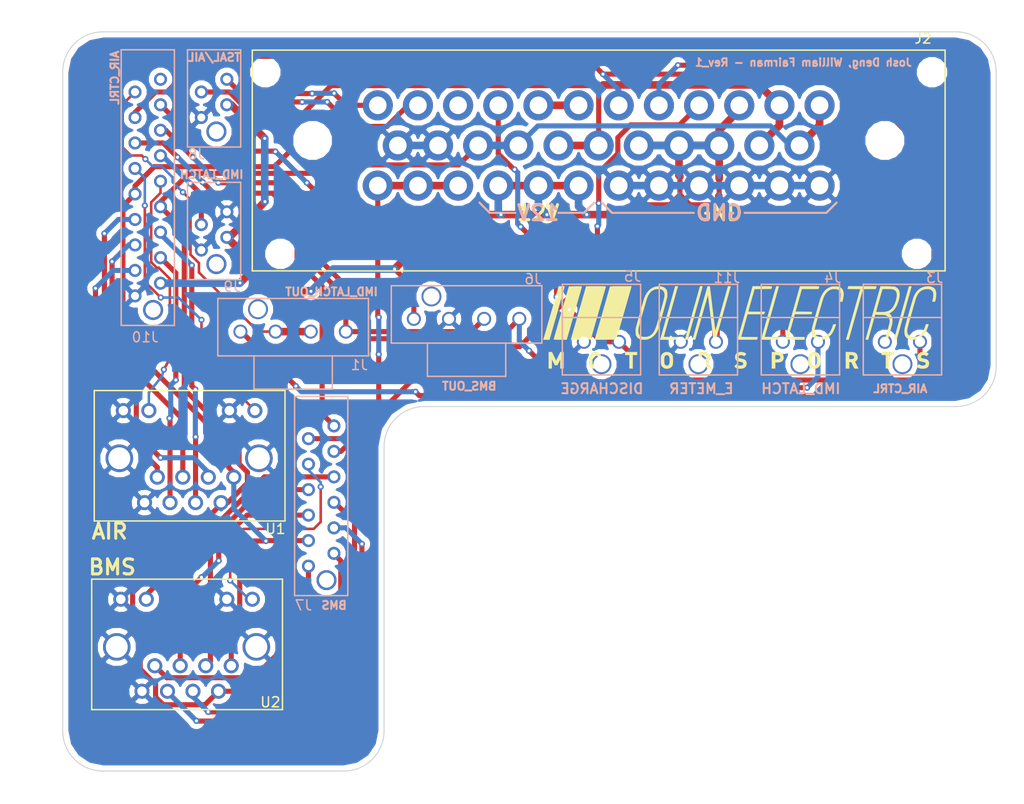
<source format=kicad_pcb>
(kicad_pcb (version 4) (host pcbnew 4.0.7-e2-6376~58~ubuntu16.04.1)
  (layers (0 F.Cu signal) (31 B.Cu signal) (34 B.Paste user) (35 F.Paste user) (36 B.SilkS user) (37 F.SilkS user) (38 B.Mask user) (39 F.Mask user) (44 Edge.Cuts user))
  (net 0 "")
  (net 1 /HVD_IN/MAIN_PACK_OUT)
  (net 2 /CRASH_IN/HVD_OUT)
  (net 3 /MAIN_PACK_IN/BMS_OUT)
  (net 4 /TSMS_IN)
  (net 5 /IMD_LATCH_IN/HVD_OUT)
  (net 6 /BMS_IN/IMD_LATCH_OUT)
  (net 7 /GND)
  (net 8 /12V)
  (net 9 /TSAL+)
  (net 10 /TSAL-)
  (net 11 /IMD_LATCH_STATUS)
  (net 12 /MISO_AIR)
  (net 13 /AIR_CTRL_5V_OUT)
  (net 14 /AIR_CTRL_RESET)
  (net 15 /MOSI_AIR)
  (net 16 /SCK_AIR)
  (net 17 /CAN_HIGH)
  (net 18 /CAN_LOW)
  (net 19 /AIR_CTRL_LED_1)
  (net 20 /AIR_CTRL_LED_2)
  (net 21 /BMS_STATUS)
  (net 22 /BMS_LED_2)
  (net 23 /BMS_LED_1)
  (net 24 /BMS_RESET)
  (net 25 /MISO_BMS)
  (net 26 /BMS_5V_OUT)
  (net 27 /SCK_BMS)
  (net 28 /MOSI_BMS)
  (net 29 /HVD_IN/TSMS_OUT)
  (net 30 /BSPD_CURRENT_SENSE)
  (net 31 /FAN_PWM)
  (net 32 "Net-(J3-Pad2)")
  (net 33 "Net-(J10-Pad18)")
  (module footprints:micromatch_female_vert_18 (layer B.Cu) (at 40.64 54.61)
    (fp_text reference J10 (at 1.00584 9.1948) (layer B.SilkS) (effects (justify mirror)))
    (fp_text value AIR_CTRL_18 hide)
    (pad 5 thru_hole circle (at 0 0) (size 1.3 1.3) (drill 0.8) (layers *.Cu *.Mask) (net 12 /MISO_AIR))
    (pad 3 thru_hole circle (at 0 2.54) (size 1.3 1.3) (drill 0.8) (layers *.Cu *.Mask) (net 13 /AIR_CTRL_5V_OUT))
    (pad 1 thru_hole circle (at 0 5.08) (size 1.3 1.3) (drill 0.8) (layers *.Cu *.Mask) (net 7 /GND))
    (pad 7 thru_hole circle (at 0 -2.54) (size 1.3 1.3) (drill 0.8) (layers *.Cu *.Mask) (net 14 /AIR_CTRL_RESET))
    (pad 2 thru_hole circle (at 2.54 3.81) (size 1.3 1.3) (drill 0.8) (layers *.Cu *.Mask) (net 8 /12V))
    (pad 4 thru_hole circle (at 2.54 1.27) (size 1.3 1.3) (drill 0.8) (layers *.Cu *.Mask) (net 15 /MOSI_AIR))
    (pad 6 thru_hole circle (at 2.54 -1.27) (size 1.3 1.3) (drill 0.8) (layers *.Cu *.Mask) (net 16 /SCK_AIR))
    (pad 8 thru_hole circle (at 2.54 -3.81) (size 1.3 1.3) (drill 0.8) (layers *.Cu *.Mask) (net 17 /CAN_HIGH))
    (pad 9 thru_hole circle (at 0 -5.08) (size 1.3 1.3) (drill 0.8) (layers *.Cu *.Mask) (net 18 /CAN_LOW))
    (pad 10 thru_hole circle (at 2.54 -6.35) (size 1.3 1.3) (drill 0.8) (layers *.Cu *.Mask) (net 19 /AIR_CTRL_LED_1))
    (pad 11 thru_hole circle (at 0 -7.62) (size 1.3 1.3) (drill 0.8) (layers *.Cu *.Mask) (net 20 /AIR_CTRL_LED_2))
    (pad 12 thru_hole circle (at 2.54 -8.89) (size 1.3 1.3) (drill 0.8) (layers *.Cu *.Mask) (net 11 /IMD_LATCH_STATUS))
    (pad 13 thru_hole circle (at 0 -10.16) (size 1.3 1.3) (drill 0.8) (layers *.Cu *.Mask) (net 21 /BMS_STATUS))
    (pad 14 thru_hole circle (at 2.54 -11.43) (size 1.3 1.3) (drill 0.8) (layers *.Cu *.Mask) (net 6 /BMS_IN/IMD_LATCH_OUT))
    (pad 15 thru_hole circle (at 0 -12.7) (size 1.3 1.3) (drill 0.8) (layers *.Cu *.Mask) (net 5 /IMD_LATCH_IN/HVD_OUT))
    (pad 16 thru_hole circle (at 2.54 -13.97) (size 1.3 1.3) (drill 0.8) (layers *.Cu *.Mask) (net 3 /MAIN_PACK_IN/BMS_OUT))
    (pad 17 thru_hole circle (at 0 -15.24) (size 1.3 1.3) (drill 0.8) (layers *.Cu *.Mask) (net 1 /HVD_IN/MAIN_PACK_OUT))
    (pad 18 thru_hole circle (at 2.54 -16.51) (size 1.3 1.3) (drill 0.8) (layers *.Cu *.Mask) (net 33 "Net-(J10-Pad18)"))
    (pad 19 thru_hole circle (at 1.8 6.48) (size 2 2) (drill 1.5) (layers *.Cu *.Mask))
  )
  (module footprints:Ampseal_35 (layer F.Cu) (at 115.316 44.196 180)
    (fp_text reference J2 (at -3.81 10.16 180) (layer F.SilkS))
    (fp_text value EXTERNAL)
    (pad "" np_thru_hole circle (at 57 0 180) (size 2.85 2.85) (drill 2.85) (layers *.Cu *.Mask))
    (pad "" np_thru_hole circle (at 61.7 6.8 180) (size 2 2) (drill 2) (layers *.Cu *.Mask))
    (pad "" np_thru_hole circle (at -4.7 6.8 180) (size 2 2) (drill 2) (layers *.Cu *.Mask))
    (pad "" np_thru_hole circle (at 60.2 -11.3 180) (size 2 2) (drill 2) (layers *.Cu *.Mask))
    (pad "" np_thru_hole circle (at -3.2 -11.3 180) (size 2 2) (drill 2) (layers *.Cu *.Mask))
    (pad 31 thru_hole circle (at 34.5 3.5 180) (size 3 3) (drill 1.75) (layers *.Cu *.Mask) (net 29 /HVD_IN/TSMS_OUT))
    (pad 25 thru_hole circle (at 10.5 3.5 180) (size 3 3) (drill 1.75) (layers *.Cu *.Mask) (net 18 /CAN_LOW))
    (pad 26 thru_hole circle (at 14.5 3.5 180) (size 3 3) (drill 1.75) (layers *.Cu *.Mask) (net 8 /12V))
    (pad 27 thru_hole circle (at 18.5 3.5 180) (size 3 3) (drill 1.75) (layers *.Cu *.Mask) (net 30 /BSPD_CURRENT_SENSE))
    (pad 28 thru_hole circle (at 22.5 3.5 180) (size 3 3) (drill 1.75) (layers *.Cu *.Mask) (net 2 /CRASH_IN/HVD_OUT))
    (pad 29 thru_hole circle (at 26.5 3.5 180) (size 3 3) (drill 1.75) (layers *.Cu *.Mask) (net 5 /IMD_LATCH_IN/HVD_OUT))
    (pad 30 thru_hole circle (at 30.5 3.5 180) (size 3 3) (drill 1.75) (layers *.Cu *.Mask) (net 29 /HVD_IN/TSMS_OUT))
    (pad 14 thru_hole circle (at 12.5 -0.5 180) (size 3 3) (drill 1.75) (layers *.Cu *.Mask) (net 18 /CAN_LOW))
    (pad 15 thru_hole circle (at 16.5 -0.5 180) (size 3 3) (drill 1.75) (layers *.Cu *.Mask) (net 8 /12V))
    (pad 17 thru_hole circle (at 24.5 -0.5 180) (size 3 3) (drill 1.75) (layers *.Cu *.Mask) (net 8 /12V))
    (pad 16 thru_hole circle (at 20.5 -0.5 180) (size 3 3) (drill 1.75) (layers *.Cu *.Mask) (net 8 /12V))
    (pad 18 thru_hole circle (at 28.5 -0.5 180) (size 3 3) (drill 1.75) (layers *.Cu *.Mask) (net 18 /CAN_LOW))
    (pad 19 thru_hole circle (at 32.5 -0.5 180) (size 3 3) (drill 1.75) (layers *.Cu *.Mask) (net 18 /CAN_LOW))
    (pad 7 thru_hole circle (at 30.5 -4.5 180) (size 3 3) (drill 1.75) (layers *.Cu *.Mask) (net 8 /12V))
    (pad 6 thru_hole circle (at 26.5 -4.5 180) (size 3 3) (drill 1.75) (layers *.Cu *.Mask) (net 7 /GND))
    (pad 4 thru_hole circle (at 18.5 -4.5 180) (size 3 3) (drill 1.75) (layers *.Cu *.Mask) (net 7 /GND))
    (pad 5 thru_hole circle (at 22.5 -4.5 180) (size 3 3) (drill 1.75) (layers *.Cu *.Mask) (net 7 /GND))
    (pad 3 thru_hole circle (at 14.5 -4.5 180) (size 3 3) (drill 1.75) (layers *.Cu *.Mask) (net 7 /GND))
    (pad 2 thru_hole circle (at 10.5 -4.5 180) (size 3 3) (drill 1.75) (layers *.Cu *.Mask) (net 7 /GND))
    (pad 24 thru_hole circle (at 6.5 3.5 180) (size 3 3) (drill 1.75) (layers *.Cu *.Mask) (net 17 /CAN_HIGH))
    (pad 13 thru_hole circle (at 8.5 -0.5 180) (size 3 3) (drill 1.75) (layers *.Cu *.Mask) (net 17 /CAN_HIGH))
    (pad 1 thru_hole circle (at 6.5 -4.5 180) (size 3 3) (drill 1.75) (layers *.Cu *.Mask) (net 7 /GND))
    (pad "" np_thru_hole circle (at 0 0 180) (size 2.85 2.85) (drill 2.85) (layers *.Cu *.Mask))
    (pad 8 thru_hole circle (at 34.5 -4.5 180) (size 3 3) (drill 1.75) (layers *.Cu *.Mask) (net 8 /12V))
    (pad 20 thru_hole circle (at 36.5 -0.5 180) (size 3 3) (drill 1.75) (layers *.Cu *.Mask) (net 17 /CAN_HIGH))
    (pad 32 thru_hole circle (at 38.5 3.5 180) (size 3 3) (drill 1.75) (layers *.Cu *.Mask) (net 4 /TSMS_IN))
    (pad 9 thru_hole circle (at 38.5 -4.5 180) (size 3 3) (drill 1.75) (layers *.Cu *.Mask) (net 8 /12V))
    (pad 33 thru_hole circle (at 42.5 3.5 180) (size 3 3) (drill 1.75) (layers *.Cu *.Mask) (net 4 /TSMS_IN))
    (pad 21 thru_hole circle (at 40.5 -0.5 180) (size 3 3) (drill 1.75) (layers *.Cu *.Mask) (net 17 /CAN_HIGH))
    (pad 10 thru_hole circle (at 42.5 -4.5 180) (size 3 3) (drill 1.75) (layers *.Cu *.Mask) (net 31 /FAN_PWM))
    (pad 34 thru_hole circle (at 46.5 3.5 180) (size 3 3) (drill 1.75) (layers *.Cu *.Mask) (net 9 /TSAL+))
    (pad 22 thru_hole circle (at 44.5 -0.5 180) (size 3 3) (drill 1.75) (layers *.Cu *.Mask) (net 7 /GND))
    (pad 11 thru_hole circle (at 46.5 -4.5 180) (size 3 3) (drill 1.75) (layers *.Cu *.Mask) (net 31 /FAN_PWM))
    (pad 35 thru_hole circle (at 50.5 3.5 180) (size 3 3) (drill 1.75) (layers *.Cu *.Mask) (net 10 /TSAL-))
    (pad 23 thru_hole circle (at 48.5 -0.5 180) (size 3 3) (drill 1.75) (layers *.Cu *.Mask) (net 7 /GND))
    (pad 12 thru_hole circle (at 50.5 -4.5 180) (size 3 3) (drill 1.75) (layers *.Cu *.Mask) (net 31 /FAN_PWM))
  )
  (module footprints:RJ45-Vertical (layer F.Cu) (at 52.578 71.12 180)
    (fp_text reference U1 (at -2.04724 -11.7856 180) (layer F.SilkS))
    (fp_text value RJ45_VT_AIR)
    (pad 12 thru_hole circle (at 0 0 180) (size 1.5 1.5) (drill 0.95) (layers *.Cu *.Mask) (net 20 /AIR_CTRL_LED_2))
    (pad 11 thru_hole circle (at 2.54 0 180) (size 1.5 1.5) (drill 0.95) (layers *.Cu *.Mask) (net 7 /GND))
    (pad 9 thru_hole circle (at 13.1 0 180) (size 1.5 1.5) (drill 0.95) (layers *.Cu *.Mask) (net 7 /GND))
    (pad 10 thru_hole circle (at 10.56 0 180) (size 1.5 1.5) (drill 0.95) (layers *.Cu *.Mask) (net 19 /AIR_CTRL_LED_1))
    (pad 1 thru_hole circle (at 2.1 -6.63 180) (size 1.5 1.5) (drill 0.95) (layers *.Cu *.Mask) (net 18 /CAN_LOW))
    (pad 3 thru_hole circle (at 4.64 -6.63 180) (size 1.5 1.5) (drill 0.95) (layers *.Cu *.Mask) (net 14 /AIR_CTRL_RESET))
    (pad 5 thru_hole circle (at 7.18 -6.63 180) (size 1.5 1.5) (drill 0.95) (layers *.Cu *.Mask) (net 12 /MISO_AIR))
    (pad 7 thru_hole circle (at 9.72 -6.63 180) (size 1.5 1.5) (drill 0.95) (layers *.Cu *.Mask) (net 13 /AIR_CTRL_5V_OUT))
    (pad 2 thru_hole circle (at 3.37 -9.17 180) (size 1.5 1.5) (drill 0.95) (layers *.Cu *.Mask) (net 17 /CAN_HIGH))
    (pad 4 thru_hole circle (at 5.91 -9.17 180) (size 1.5 1.5) (drill 0.95) (layers *.Cu *.Mask) (net 16 /SCK_AIR))
    (pad 6 thru_hole circle (at 8.45 -9.17 180) (size 1.5 1.5) (drill 0.95) (layers *.Cu *.Mask F.Paste) (net 15 /MOSI_AIR))
    (pad 8 thru_hole circle (at 10.99 -9.17 180) (size 1.5 1.5) (drill 0.95) (layers *.Cu *.Mask) (net 7 /GND))
    (pad 13 thru_hole circle (at -0.4 -4.75 180) (size 2.75 2.75) (drill 2.18) (layers *.Cu *.Mask) (net 7 /GND))
    (pad 14 thru_hole circle (at 13.5 -4.75 180) (size 2.75 2.75) (drill 2.18) (layers *.Cu *.Mask) (net 7 /GND))
  )
  (module footprints:Ultrafit_4 (layer B.Cu) (at 56.388 63.246 90)
    (fp_text reference J1 (at -3.3274 6.59384 360) (layer B.SilkS) (effects (justify mirror)))
    (fp_text value INTERNAL hide)
    (pad 2 thru_hole circle (at 0 -1.75 90) (size 1.397 1.397) (drill 1.02) (layers *.Cu *.Mask) (net 1 /HVD_IN/MAIN_PACK_OUT))
    (pad 1 thru_hole circle (at 0 -5.25 90) (size 1.397 1.397) (drill 1.02) (layers *.Cu *.Mask) (net 2 /CRASH_IN/HVD_OUT))
    (pad "" thru_hole circle (at 2.23 -3.5 90) (size 1.981 1.981) (drill 1.6) (layers *.Cu *.Mask))
    (pad 3 thru_hole circle (at 0 1.75 270) (size 1.397 1.397) (drill 1.02) (layers *.Cu *.Mask) (net 1 /HVD_IN/MAIN_PACK_OUT))
    (pad 4 thru_hole circle (at 0 5.25 270) (size 1.397 1.397) (drill 1.02) (layers *.Cu *.Mask) (net 3 /MAIN_PACK_IN/BMS_OUT))
  )
  (module footprints:Ultrafit_2 (layer B.Cu) (at 115.316 64.262 270)
    (fp_text reference J3 (at -6.3754 -4.96824 360) (layer B.SilkS) (effects (justify mirror)))
    (fp_text value AIR_CTRL hide)
    (pad 2 thru_hole circle (at 0 0 270) (size 1.397 1.397) (drill 1.02) (layers *.Cu *.Mask) (net 32 "Net-(J3-Pad2)"))
    (pad 1 thru_hole circle (at 0 -3.5 270) (size 1.397 1.397) (drill 1.02) (layers *.Cu *.Mask) (net 4 /TSMS_IN))
    (pad "" thru_hole circle (at 2.23 -1.75 270) (size 1.981 1.981) (drill 1.6) (layers *.Cu *.Mask))
  )
  (module footprints:Ultrafit_2 (layer B.Cu) (at 105.156 64.262 270)
    (fp_text reference J4 (at -6.3754 -4.96824 360) (layer B.SilkS) (effects (justify mirror)))
    (fp_text value IMD_LATCH hide)
    (pad 2 thru_hole circle (at 0 0 270) (size 1.397 1.397) (drill 1.02) (layers *.Cu *.Mask) (net 5 /IMD_LATCH_IN/HVD_OUT))
    (pad 1 thru_hole circle (at 0 -3.5 270) (size 1.397 1.397) (drill 1.02) (layers *.Cu *.Mask) (net 6 /BMS_IN/IMD_LATCH_OUT))
    (pad "" thru_hole circle (at 2.23 -1.75 270) (size 1.981 1.981) (drill 1.6) (layers *.Cu *.Mask))
  )
  (module footprints:Ultrafit_2 (layer B.Cu) (at 85.344 64.262 270)
    (fp_text reference J5 (at -6.5024 -4.84124 360) (layer B.SilkS) (effects (justify mirror)))
    (fp_text value DISCHARGE hide)
    (pad 2 thru_hole circle (at 0 0 270) (size 1.397 1.397) (drill 1.02) (layers *.Cu *.Mask) (net 7 /GND))
    (pad 1 thru_hole circle (at 0 -3.5 270) (size 1.397 1.397) (drill 1.02) (layers *.Cu *.Mask) (net 4 /TSMS_IN))
    (pad "" thru_hole circle (at 2.23 -1.75 270) (size 1.981 1.981) (drill 1.6) (layers *.Cu *.Mask))
  )
  (module footprints:Ultrafit_4 (layer B.Cu) (at 73.66 61.976 90)
    (fp_text reference J6 (at 3.9624 6.61924 360) (layer B.SilkS) (effects (justify mirror)))
    (fp_text value BMS_Master hide)
    (pad 2 thru_hole circle (at 0 -1.75 90) (size 1.397 1.397) (drill 1.02) (layers *.Cu *.Mask) (net 7 /GND))
    (pad 1 thru_hole circle (at 0 -5.25 90) (size 1.397 1.397) (drill 1.02) (layers *.Cu *.Mask) (net 8 /12V))
    (pad "" thru_hole circle (at 2.23 -3.5 90) (size 1.981 1.981) (drill 1.6) (layers *.Cu *.Mask))
    (pad 3 thru_hole circle (at 0 1.75 270) (size 1.397 1.397) (drill 1.02) (layers *.Cu *.Mask) (net 3 /MAIN_PACK_IN/BMS_OUT))
    (pad 4 thru_hole circle (at 0 5.25 270) (size 1.397 1.397) (drill 1.02) (layers *.Cu *.Mask) (net 6 /BMS_IN/IMD_LATCH_OUT))
  )
  (module footprints:micromatch_female_vert_4 (layer B.Cu) (at 47.244 36.83)
    (fp_text reference J8 (at -0.49276 8.7376) (layer B.SilkS) (effects (justify mirror)))
    (fp_text value TSAL/AIL hide)
    (pad 3 thru_hole circle (at 0 2.54) (size 1.3 1.3) (drill 0.8) (layers *.Cu *.Mask) (net 9 /TSAL+))
    (pad 1 thru_hole circle (at 0 5.08) (size 1.3 1.3) (drill 0.8) (layers *.Cu *.Mask) (net 7 /GND))
    (pad 2 thru_hole circle (at 2.54 3.81) (size 1.3 1.3) (drill 0.8) (layers *.Cu *.Mask) (net 8 /12V))
    (pad 4 thru_hole circle (at 2.54 1.27) (size 1.3 1.3) (drill 0.8) (layers *.Cu *.Mask) (net 10 /TSAL-))
    (pad 5 thru_hole circle (at 1.5 6.48) (size 2 2) (drill 1.5) (layers *.Cu *.Mask))
  )
  (module footprints:micromatch_female_vert_4 (layer B.Cu) (at 47.244 50.038)
    (fp_text reference J9 (at 3.06324 8.7376) (layer B.SilkS) (effects (justify mirror)))
    (fp_text value IMD_LATCH hide)
    (pad 3 thru_hole circle (at 0 2.54) (size 1.3 1.3) (drill 0.8) (layers *.Cu *.Mask) (net 11 /IMD_LATCH_STATUS))
    (pad 1 thru_hole circle (at 0 5.08) (size 1.3 1.3) (drill 0.8) (layers *.Cu *.Mask) (net 7 /GND))
    (pad 2 thru_hole circle (at 2.54 3.81) (size 1.3 1.3) (drill 0.8) (layers *.Cu *.Mask) (net 8 /12V))
    (pad 4 thru_hole circle (at 2.54 1.27) (size 1.3 1.3) (drill 0.8) (layers *.Cu *.Mask) (net 7 /GND))
    (pad 5 thru_hole circle (at 1.5 6.48) (size 2 2) (drill 1.5) (layers *.Cu *.Mask))
  )
  (module footprints:RJ45-Vertical (layer F.Cu) (at 52.324 89.916 180)
    (fp_text reference U2 (at -1.79324 -10.2616 180) (layer F.SilkS))
    (fp_text value RJ45_VT_BMS)
    (pad 12 thru_hole circle (at 0 0 180) (size 1.5 1.5) (drill 0.95) (layers *.Cu *.Mask) (net 22 /BMS_LED_2))
    (pad 11 thru_hole circle (at 2.54 0 180) (size 1.5 1.5) (drill 0.95) (layers *.Cu *.Mask) (net 7 /GND))
    (pad 9 thru_hole circle (at 13.1 0 180) (size 1.5 1.5) (drill 0.95) (layers *.Cu *.Mask) (net 7 /GND))
    (pad 10 thru_hole circle (at 10.56 0 180) (size 1.5 1.5) (drill 0.95) (layers *.Cu *.Mask) (net 23 /BMS_LED_1))
    (pad 1 thru_hole circle (at 2.1 -6.63 180) (size 1.5 1.5) (drill 0.95) (layers *.Cu *.Mask) (net 18 /CAN_LOW))
    (pad 3 thru_hole circle (at 4.64 -6.63 180) (size 1.5 1.5) (drill 0.95) (layers *.Cu *.Mask) (net 24 /BMS_RESET))
    (pad 5 thru_hole circle (at 7.18 -6.63 180) (size 1.5 1.5) (drill 0.95) (layers *.Cu *.Mask) (net 25 /MISO_BMS))
    (pad 7 thru_hole circle (at 9.72 -6.63 180) (size 1.5 1.5) (drill 0.95) (layers *.Cu *.Mask) (net 26 /BMS_5V_OUT))
    (pad 2 thru_hole circle (at 3.37 -9.17 180) (size 1.5 1.5) (drill 0.95) (layers *.Cu *.Mask) (net 17 /CAN_HIGH))
    (pad 4 thru_hole circle (at 5.91 -9.17 180) (size 1.5 1.5) (drill 0.95) (layers *.Cu *.Mask) (net 27 /SCK_BMS))
    (pad 6 thru_hole circle (at 8.45 -9.17 180) (size 1.5 1.5) (drill 0.95) (layers *.Cu *.Mask F.Paste) (net 28 /MOSI_BMS))
    (pad 8 thru_hole circle (at 10.99 -9.17 180) (size 1.5 1.5) (drill 0.95) (layers *.Cu *.Mask) (net 7 /GND))
    (pad 13 thru_hole circle (at -0.4 -4.75 180) (size 2.75 2.75) (drill 2.18) (layers *.Cu *.Mask) (net 7 /GND))
    (pad 14 thru_hole circle (at 13.5 -4.75 180) (size 2.75 2.75) (drill 2.18) (layers *.Cu *.Mask) (net 7 /GND))
  )
  (module footprints:micromatch_female_vert_12 (layer B.Cu) (at 57.912 81.534)
    (fp_text reference J7 (at -0.49276 8.9916) (layer B.SilkS) (effects (justify mirror)))
    (fp_text value BMS hide)
    (pad 5 thru_hole circle (at 0 0) (size 1.3 1.3) (drill 0.8) (layers *.Cu *.Mask) (net 25 /MISO_BMS))
    (pad 3 thru_hole circle (at 0 2.54) (size 1.3 1.3) (drill 0.8) (layers *.Cu *.Mask) (net 18 /CAN_LOW))
    (pad 1 thru_hole circle (at 0 5.08) (size 1.3 1.3) (drill 0.8) (layers *.Cu *.Mask) (net 26 /BMS_5V_OUT))
    (pad 7 thru_hole circle (at 0 -2.54) (size 1.3 1.3) (drill 0.8) (layers *.Cu *.Mask) (net 24 /BMS_RESET))
    (pad 2 thru_hole circle (at 2.54 3.81) (size 1.3 1.3) (drill 0.8) (layers *.Cu *.Mask) (net 17 /CAN_HIGH))
    (pad 4 thru_hole circle (at 2.54 1.27) (size 1.3 1.3) (drill 0.8) (layers *.Cu *.Mask) (net 28 /MOSI_BMS))
    (pad 6 thru_hole circle (at 2.54 -1.27) (size 1.3 1.3) (drill 0.8) (layers *.Cu *.Mask) (net 27 /SCK_BMS))
    (pad 8 thru_hole circle (at 2.54 -3.81) (size 1.3 1.3) (drill 0.8) (layers *.Cu *.Mask) (net 23 /BMS_LED_1))
    (pad 9 thru_hole circle (at 0 -5.08) (size 1.3 1.3) (drill 0.8) (layers *.Cu *.Mask) (net 22 /BMS_LED_2))
    (pad 10 thru_hole circle (at 2.54 -6.35) (size 1.3 1.3) (drill 0.8) (layers *.Cu *.Mask) (net 30 /BSPD_CURRENT_SENSE))
    (pad 11 thru_hole circle (at 0 -7.62) (size 1.3 1.3) (drill 0.8) (layers *.Cu *.Mask) (net 31 /FAN_PWM))
    (pad 12 thru_hole circle (at 2.54 -8.89) (size 1.3 1.3) (drill 0.8) (layers *.Cu *.Mask) (net 21 /BMS_STATUS))
    (pad 13 thru_hole circle (at 1.8 6.48) (size 2 2) (drill 1.5) (layers *.Cu *.Mask))
  )
  (module footprints:Ultrafit_2 (layer B.Cu) (at 94.996 64.262 270)
    (fp_text reference J11 (at -6.3754 -4.58724 360) (layer B.SilkS) (effects (justify mirror)))
    (fp_text value Energy_Meter_Power hide)
    (pad 2 thru_hole circle (at 0 0 270) (size 1.397 1.397) (drill 1.02) (layers *.Cu *.Mask) (net 7 /GND))
    (pad 1 thru_hole circle (at 0 -3.5 270) (size 1.397 1.397) (drill 1.02) (layers *.Cu *.Mask) (net 8 /12V))
    (pad "" thru_hole circle (at 2.23 -1.75 270) (size 1.981 1.981) (drill 1.6) (layers *.Cu *.Mask))
  )
  (module footprints:Logo_Large (layer F.Cu) (at 100.85324 62.8396)
    (fp_text reference G*** hide)
    (fp_text value LOGO hide)
  )
  (gr_arc (start 122.403108 37.375592) (end 126.4031 37.375592) (angle -90) (layer Edge.Cuts) (width 0.1))
  (gr_line (start 122.403108 33.3756) (end 37.439092 33.3756) (layer Edge.Cuts) (width 0.1))
  (gr_arc (start 37.439092 37.375592) (end 37.439092 33.3756) (angle -90) (layer Edge.Cuts) (width 0.1))
  (gr_line (start 33.4391 103.035608) (end 33.4391 37.375592) (layer Edge.Cuts) (width 0.1))
  (gr_arc (start 37.439092 103.035608) (end 33.4391 103.035608) (angle -90) (layer Edge.Cuts) (width 0.1))
  (gr_line (start 61.443108 107.0356) (end 37.439092 107.0356) (layer Edge.Cuts) (width 0.1))
  (gr_arc (start 61.443108 103.035608) (end 61.443108 107.0356) (angle -90) (layer Edge.Cuts) (width 0.1))
  (gr_line (start 65.4431 103.035608) (end 65.4431 74.713592) (layer Edge.Cuts) (width 0.1))
  (gr_arc (start 69.443092 74.713592) (end 69.443092 70.7136) (angle -90) (layer Edge.Cuts) (width 0.1))
  (gr_line (start 122.403108 70.7136) (end 69.443092 70.7136) (layer Edge.Cuts) (width 0.1))
  (gr_arc (start 122.403108 66.713608) (end 122.403108 70.7136) (angle -90) (layer Edge.Cuts) (width 0.1))
  (gr_line (start 126.4031 66.713608) (end 126.4031 37.375592) (layer Edge.Cuts) (width 0.1))
  (gr_text "12V\n" (at 80.78724 51.4096) (layer B.SilkS) (effects (font (size 1.5 1.5) (thickness 0.3)) (justify mirror)))
  (gr_line (start 75.96124 51.4096) (end 74.94524 50.3936) (angle 90) (layer B.SilkS) (width 0.2))
  (gr_line (start 78.50124 51.4096) (end 75.96124 51.4096) (angle 90) (layer B.SilkS) (width 0.2))
  (gr_line (start 85.35924 51.4096) (end 86.37524 50.3936) (angle 90) (layer B.SilkS) (width 0.2))
  (gr_line (start 82.81924 51.4096) (end 85.35924 51.4096) (angle 90) (layer B.SilkS) (width 0.2))
  (gr_line (start 88.15324 51.4096) (end 87.13724 50.3936) (angle 90) (layer B.SilkS) (width 0.2))
  (gr_line (start 96.28124 51.4096) (end 88.15324 51.4096) (angle 90) (layer B.SilkS) (width 0.2))
  (gr_line (start 109.48924 51.4096) (end 110.50524 50.3936) (angle 90) (layer B.SilkS) (width 0.2))
  (gr_line (start 101.36124 51.4096) (end 109.48924 51.4096) (angle 90) (layer B.SilkS) (width 0.2))
  (gr_text "GND\n" (at 98.82124 51.4096) (layer B.SilkS) (effects (font (size 1.5 1.5) (thickness 0.3)) (justify mirror)))
  (gr_text "Josh Deng, William Fairman - Rev_1\n" (at 107.20324 36.4236) (layer B.SilkS) (effects (font (size 0.762 0.762) (thickness 0.1905)) (justify mirror)))
  (gr_line (start 75.96124 51.4096) (end 74.94524 50.3936) (angle 90) (layer F.SilkS) (width 0.2))
  (gr_line (start 78.50124 51.4096) (end 75.96124 51.4096) (angle 90) (layer F.SilkS) (width 0.2))
  (gr_line (start 85.35924 51.4096) (end 86.37524 50.3936) (angle 90) (layer F.SilkS) (width 0.2))
  (gr_line (start 82.81924 51.4096) (end 85.35924 51.4096) (angle 90) (layer F.SilkS) (width 0.2))
  (gr_text "12V\n" (at 80.78724 51.4096) (layer F.SilkS) (effects (font (size 1.5 1.5) (thickness 0.3))))
  (gr_line (start 109.48924 51.4096) (end 110.50524 50.3936) (angle 90) (layer F.SilkS) (width 0.2))
  (gr_line (start 101.36124 51.4096) (end 109.48924 51.4096) (angle 90) (layer F.SilkS) (width 0.2))
  (gr_line (start 88.15324 51.4096) (end 87.13724 50.3936) (angle 90) (layer F.SilkS) (width 0.2))
  (gr_line (start 91.70924 51.4096) (end 88.15324 51.4096) (angle 90) (layer F.SilkS) (width 0.2))
  (gr_line (start 96.28124 51.4096) (end 91.70924 51.4096) (angle 90) (layer F.SilkS) (width 0.2))
  (gr_text "GND\n" (at 98.82124 51.4096) (layer F.SilkS) (effects (font (size 1.5 1.5) (thickness 0.3))))
  (gr_text BMS (at 38.36924 86.7156) (layer F.SilkS) (effects (font (size 1.5 1.5) (thickness 0.3))))
  (gr_text AIR (at 38.11524 83.1596) (layer F.SilkS) (effects (font (size 1.5 1.5) (thickness 0.3))))
  (gr_text "DISCHARGE\n" (at 87.13724 68.9356) (layer B.SilkS) (effects (font (size 1 1) (thickness 0.2)) (justify mirror)))
  (gr_text "IMD_LATCH_OUT\n" (at 60.21324 59.2836) (layer B.SilkS) (effects (font (size 0.8 0.8) (thickness 0.2)) (justify mirror)))
  (gr_text "E_METER\n" (at 97.04324 68.9356) (layer B.SilkS) (effects (font (size 0.99822 0.99822) (thickness 0.2)) (justify mirror)))
  (gr_text "BMS\n" (at 60.46724 90.5256) (layer B.SilkS) (effects (font (size 0.8 0.8) (thickness 0.2)) (justify mirror)))
  (gr_text AIR_CTRL (at 116.85524 68.9356) (layer B.SilkS) (effects (font (size 0.8 0.8) (thickness 0.2)) (justify mirror)))
  (gr_text "IMD_LATCH\n" (at 48.27524 47.5996) (layer B.SilkS) (effects (font (size 0.8 0.8) (thickness 0.2)) (justify mirror)))
  (gr_text BMS_OUT (at 73.92924 68.6816) (layer B.SilkS) (effects (font (size 0.8 0.8) (thickness 0.2)) (justify mirror)))
  (gr_text "TSAL/AIL\n" (at 48.52924 35.9156) (layer B.SilkS) (effects (font (size 0.8 0.8) (thickness 0.2)) (justify mirror)))
  (gr_text "AIR_CTRL\n" (at 38.62324 37.9476 90) (layer B.SilkS) (effects (font (size 0.8 0.8) (thickness 0.2)) (justify mirror)))
  (gr_text "IMD_LATCH\n" (at 106.94924 68.9356) (layer B.SilkS) (effects (font (size 1 1) (thickness 0.2)) (justify mirror)))
  (segment (start 54.638 63.246) (end 52.89804 63.246) (width 0.254) (layer F.Cu) (net 1))
  (segment (start 39.41064 40.59936) (end 40.64 39.37) (width 0.254) (layer F.Cu) (net 1))
  (segment (start 39.41064 44.8818) (end 39.41064 40.59936) (width 0.254) (layer F.Cu) (net 1))
  (segment (start 40.22344 45.6946) (end 39.41064 44.8818) (width 0.254) (layer F.Cu) (net 1))
  (segment (start 41.31564 45.6946) (end 40.22344 45.6946) (width 0.254) (layer F.Cu) (net 1))
  (segment (start 41.67124 46.0502) (end 41.31564 45.6946) (width 0.254) (layer F.Cu) (net 1))
  (via (at 41.67124 46.0502) (size 0.6096) (drill 0.3048) (layers F.Cu B.Cu) (net 1))
  (segment (start 42.38244 46.7614) (end 41.67124 46.0502) (width 0.254) (layer B.Cu) (net 1))
  (segment (start 43.27144 46.7614) (end 42.38244 46.7614) (width 0.254) (layer B.Cu) (net 1))
  (segment (start 44.38904 47.879) (end 43.27144 46.7614) (width 0.254) (layer B.Cu) (net 1))
  (segment (start 44.38904 48.3362) (end 44.38904 47.879) (width 0.254) (layer B.Cu) (net 1))
  (segment (start 45.40504 49.3522) (end 44.38904 48.3362) (width 0.254) (layer B.Cu) (net 1))
  (via (at 45.40504 49.3522) (size 0.6096) (drill 0.3048) (layers F.Cu B.Cu) (net 1))
  (segment (start 46.16704 50.1142) (end 45.40504 49.3522) (width 0.254) (layer F.Cu) (net 1))
  (segment (start 46.16704 55.5752) (end 46.16704 50.1142) (width 0.254) (layer F.Cu) (net 1))
  (segment (start 47.00524 56.4134) (end 46.16704 55.5752) (width 0.254) (layer F.Cu) (net 1))
  (segment (start 47.00524 57.3532) (end 47.00524 56.4134) (width 0.254) (layer F.Cu) (net 1))
  (segment (start 52.89804 63.246) (end 47.00524 57.3532) (width 0.254) (layer F.Cu) (net 1))
  (segment (start 54.638 63.246) (end 58.138 63.246) (width 0.762) (layer F.Cu) (net 1))
  (segment (start 51.138 63.246) (end 51.22164 63.246) (width 0.508) (layer F.Cu) (net 2))
  (segment (start 51.22164 63.246) (end 56.65724 68.6816) (width 0.508) (layer F.Cu) (net 2))
  (segment (start 92.816 38.59344) (end 92.816 40.696) (width 0.508) (layer B.Cu) (net 2))
  (segment (start 94.70644 36.703) (end 92.816 38.59344) (width 0.508) (layer B.Cu) (net 2))
  (via (at 94.70644 36.703) (size 0.6096) (drill 0.3048) (layers F.Cu B.Cu) (net 2))
  (segment (start 110.81004 36.703) (end 94.70644 36.703) (width 0.508) (layer F.Cu) (net 2))
  (segment (start 120.20804 46.101) (end 110.81004 36.703) (width 0.508) (layer F.Cu) (net 2))
  (segment (start 120.20804 67.1068) (end 120.20804 46.101) (width 0.508) (layer F.Cu) (net 2))
  (segment (start 117.69344 69.6214) (end 120.20804 67.1068) (width 0.508) (layer F.Cu) (net 2))
  (segment (start 68.95084 69.6214) (end 117.69344 69.6214) (width 0.508) (layer F.Cu) (net 2))
  (segment (start 68.56984 69.2404) (end 68.95084 69.6214) (width 0.508) (layer F.Cu) (net 2))
  (via (at 68.56984 69.2404) (size 0.6096) (drill 0.3048) (layers F.Cu B.Cu) (net 2))
  (segment (start 57.21604 69.2404) (end 68.56984 69.2404) (width 0.508) (layer B.Cu) (net 2))
  (segment (start 56.65724 68.6816) (end 57.21604 69.2404) (width 0.508) (layer B.Cu) (net 2))
  (via (at 56.65724 68.6816) (size 0.6096) (drill 0.3048) (layers F.Cu B.Cu) (net 2))
  (segment (start 51.138 63.246) (end 51.138 63.31476) (width 0.508) (layer B.Cu) (net 2))
  (segment (start 92.816 39.30464) (end 92.816 40.696) (width 0.508) (layer B.Cu) (net 2))
  (segment (start 61.638 63.246) (end 61.638 58.70176) (width 0.508) (layer F.Cu) (net 3))
  (segment (start 47.8028 45.2628) (end 43.18 40.64) (width 0.508) (layer F.Cu) (net 3))
  (segment (start 54.57444 45.2628) (end 47.8028 45.2628) (width 0.508) (layer F.Cu) (net 3))
  (segment (start 54.62524 45.3136) (end 54.57444 45.2628) (width 0.508) (layer F.Cu) (net 3))
  (via (at 54.62524 45.3136) (size 0.6096) (drill 0.3048) (layers F.Cu B.Cu) (net 3))
  (segment (start 54.65064 45.3136) (end 54.62524 45.3136) (width 0.508) (layer B.Cu) (net 3))
  (segment (start 57.74944 48.4124) (end 54.65064 45.3136) (width 0.508) (layer B.Cu) (net 3))
  (via (at 57.74944 48.4124) (size 0.6096) (drill 0.3048) (layers F.Cu B.Cu) (net 3))
  (segment (start 58.33364 48.9966) (end 57.74944 48.4124) (width 0.508) (layer F.Cu) (net 3))
  (segment (start 58.33364 55.3974) (end 58.33364 48.9966) (width 0.508) (layer F.Cu) (net 3))
  (segment (start 61.638 58.70176) (end 58.33364 55.3974) (width 0.508) (layer F.Cu) (net 3))
  (segment (start 75.41 61.976) (end 75.40244 61.976) (width 0.508) (layer F.Cu) (net 3))
  (segment (start 75.40244 61.976) (end 74.13244 63.246) (width 0.508) (layer F.Cu) (net 3))
  (segment (start 74.13244 63.246) (end 61.638 63.246) (width 0.508) (layer F.Cu) (net 3))
  (segment (start 75.41 61.976) (end 75.41 62.40024) (width 0.508) (layer F.Cu) (net 3))
  (segment (start 75.41 61.976) (end 75.41 62.01924) (width 0.508) (layer F.Cu) (net 3))
  (segment (start 83.88604 61.06668) (end 87.08136 64.262) (width 0.508) (layer F.Cu) (net 4))
  (segment (start 87.08136 64.262) (end 88.844 64.262) (width 0.508) (layer F.Cu) (net 4))
  (segment (start 82.62112 59.7662) (end 82.62112 59.80176) (width 0.508) (layer B.Cu) (net 4))
  (segment (start 82.62112 59.80176) (end 83.88604 61.06668) (width 0.508) (layer B.Cu) (net 4))
  (via (at 83.88604 61.06668) (size 0.6096) (drill 0.3048) (layers F.Cu B.Cu) (net 4))
  (segment (start 79.0448 52.79644) (end 82.62112 56.37276) (width 0.508) (layer F.Cu) (net 4))
  (segment (start 82.62112 56.37276) (end 82.62112 59.7662) (width 0.508) (layer F.Cu) (net 4))
  (via (at 82.62112 59.7662) (size 0.6096) (drill 0.3048) (layers F.Cu B.Cu) (net 4))
  (segment (start 78.750159 52.227489) (end 78.750159 52.501799) (width 0.508) (layer B.Cu) (net 4))
  (segment (start 78.750159 52.501799) (end 79.0448 52.79644) (width 0.508) (layer B.Cu) (net 4))
  (via (at 79.0448 52.79644) (size 0.6096) (drill 0.3048) (layers F.Cu B.Cu) (net 4))
  (segment (start 78.44536 47.0916) (end 78.750159 47.396399) (width 0.508) (layer B.Cu) (net 4))
  (segment (start 78.750159 47.396399) (end 78.750159 52.227489) (width 0.508) (layer B.Cu) (net 4))
  (segment (start 76.816 40.696) (end 76.816 45.517474) (width 0.508) (layer F.Cu) (net 4))
  (segment (start 76.816 45.517474) (end 78.390126 47.0916) (width 0.508) (layer F.Cu) (net 4))
  (segment (start 78.390126 47.0916) (end 78.44536 47.0916) (width 0.508) (layer F.Cu) (net 4))
  (via (at 78.44536 47.0916) (size 0.6096) (drill 0.3048) (layers F.Cu B.Cu) (net 4))
  (segment (start 118.816 64.262) (end 118.816 67.366) (width 0.508) (layer F.Cu) (net 4))
  (segment (start 92.654 68.072) (end 88.844 64.262) (width 0.508) (layer F.Cu) (net 4))
  (segment (start 118.11 68.072) (end 92.654 68.072) (width 0.508) (layer F.Cu) (net 4))
  (segment (start 118.816 67.366) (end 118.11 68.072) (width 0.508) (layer F.Cu) (net 4))
  (segment (start 105.156 64.262) (end 105.156 59.436) (width 0.508) (layer F.Cu) (net 5))
  (segment (start 109.093 37.592) (end 87.249 37.592) (width 0.508) (layer F.Cu) (net 5))
  (segment (start 111.887 40.386) (end 109.093 37.592) (width 0.508) (layer F.Cu) (net 5))
  (segment (start 111.887 52.705) (end 111.887 40.386) (width 0.508) (layer F.Cu) (net 5))
  (segment (start 105.156 59.436) (end 111.887 52.705) (width 0.508) (layer F.Cu) (net 5))
  (segment (start 88.816 40.696) (end 88.816 39.159) (width 0.508) (layer B.Cu) (net 5))
  (segment (start 42.672 39.37) (end 40.64 41.402) (width 0.508) (layer F.Cu) (net 5))
  (segment (start 43.815 39.37) (end 42.672 39.37) (width 0.508) (layer F.Cu) (net 5))
  (segment (start 47.371 35.814) (end 43.815 39.37) (width 0.508) (layer F.Cu) (net 5))
  (segment (start 85.471 35.814) (end 47.371 35.814) (width 0.508) (layer F.Cu) (net 5))
  (segment (start 87.249 37.592) (end 85.471 35.814) (width 0.508) (layer F.Cu) (net 5))
  (via (at 87.249 37.592) (size 0.6096) (drill 0.3048) (layers F.Cu B.Cu) (net 5))
  (segment (start 88.816 39.159) (end 87.249 37.592) (width 0.508) (layer B.Cu) (net 5))
  (segment (start 40.64 41.402) (end 40.64 41.91) (width 0.508) (layer F.Cu) (net 5))
  (segment (start 78.91 61.976) (end 78.90764 61.976) (width 0.508) (layer F.Cu) (net 6))
  (segment (start 78.90764 61.976) (end 76.92644 63.9572) (width 0.508) (layer F.Cu) (net 6))
  (segment (start 46.39564 45.8724) (end 43.70324 43.18) (width 0.508) (layer F.Cu) (net 6))
  (via (at 46.39564 45.8724) (size 0.6096) (drill 0.3048) (layers F.Cu B.Cu) (net 6))
  (segment (start 48.93564 48.4124) (end 46.39564 45.8724) (width 0.508) (layer B.Cu) (net 6))
  (via (at 48.93564 48.4124) (size 0.6096) (drill 0.3048) (layers F.Cu B.Cu) (net 6))
  (segment (start 54.52364 48.4124) (end 48.93564 48.4124) (width 0.508) (layer F.Cu) (net 6))
  (segment (start 57.49544 51.3842) (end 54.52364 48.4124) (width 0.508) (layer F.Cu) (net 6))
  (segment (start 57.49544 55.7022) (end 57.49544 51.3842) (width 0.508) (layer F.Cu) (net 6))
  (segment (start 60.21324 58.42) (end 57.49544 55.7022) (width 0.508) (layer F.Cu) (net 6))
  (segment (start 60.21324 64.135) (end 60.21324 58.42) (width 0.508) (layer F.Cu) (net 6))
  (segment (start 60.89904 64.8208) (end 60.21324 64.135) (width 0.508) (layer F.Cu) (net 6))
  (segment (start 62.65164 64.8208) (end 60.89904 64.8208) (width 0.508) (layer F.Cu) (net 6))
  (segment (start 63.51524 63.9572) (end 62.65164 64.8208) (width 0.508) (layer F.Cu) (net 6))
  (segment (start 76.92644 63.9572) (end 63.51524 63.9572) (width 0.508) (layer F.Cu) (net 6))
  (segment (start 43.70324 43.18) (end 43.18 43.18) (width 0.508) (layer F.Cu) (net 6))
  (segment (start 78.91 61.976) (end 78.80604 61.976) (width 0.508) (layer F.Cu) (net 6))
  (segment (start 43.18 43.18) (end 43.70324 43.18) (width 0.508) (layer F.Cu) (net 6))
  (segment (start 78.91 61.976) (end 78.72984 61.976) (width 0.508) (layer F.Cu) (net 6))
  (segment (start 78.91 61.976) (end 78.91 64.178) (width 0.508) (layer B.Cu) (net 6))
  (segment (start 108.656 67.747) (end 108.656 64.262) (width 0.508) (layer B.Cu) (net 6))
  (segment (start 107.569 68.834) (end 108.656 67.747) (width 0.508) (layer B.Cu) (net 6))
  (via (at 107.569 68.834) (size 0.6096) (drill 0.3048) (layers F.Cu B.Cu) (net 6))
  (segment (start 83.566 68.834) (end 107.569 68.834) (width 0.508) (layer F.Cu) (net 6))
  (segment (start 79.883 65.151) (end 83.566 68.834) (width 0.508) (layer F.Cu) (net 6))
  (via (at 79.883 65.151) (size 0.6096) (drill 0.3048) (layers F.Cu B.Cu) (net 6))
  (segment (start 78.91 64.178) (end 79.883 65.151) (width 0.508) (layer B.Cu) (net 6))
  (segment (start 70.816 44.696) (end 66.816 44.696) (width 0.762) (layer B.Cu) (net 7))
  (segment (start 88.816 48.696) (end 100.816 48.696) (width 0.762) (layer B.Cu) (net 7))
  (segment (start 100.816 48.696) (end 108.816 48.696) (width 0.762) (layer B.Cu) (net 7))
  (segment (start 43.18 58.42) (end 51.06924 58.42) (width 0.762) (layer B.Cu) (net 8))
  (segment (start 51.93792 57.55132) (end 51.93792 57.52592) (width 0.762) (layer F.Cu) (net 8))
  (segment (start 51.09464 58.3946) (end 51.93792 57.55132) (width 0.762) (layer F.Cu) (net 8))
  (via (at 51.09464 58.3946) (size 0.6096) (drill 0.3048) (layers F.Cu B.Cu) (net 8))
  (segment (start 51.06924 58.42) (end 51.09464 58.3946) (width 0.762) (layer B.Cu) (net 8))
  (segment (start 49.784 53.848) (end 50.02784 53.848) (width 0.762) (layer F.Cu) (net 8))
  (segment (start 50.02784 53.848) (end 53.58384 50.292) (width 0.762) (layer F.Cu) (net 8))
  (segment (start 53.55844 43.9928) (end 50.20564 40.64) (width 0.762) (layer F.Cu) (net 8))
  (via (at 53.55844 43.9928) (size 0.6096) (drill 0.3048) (layers F.Cu B.Cu) (net 8))
  (segment (start 53.55844 50.2666) (end 53.55844 43.9928) (width 0.762) (layer B.Cu) (net 8))
  (segment (start 53.58384 50.292) (end 53.55844 50.2666) (width 0.762) (layer B.Cu) (net 8))
  (via (at 53.58384 50.292) (size 0.6096) (drill 0.3048) (layers F.Cu B.Cu) (net 8))
  (segment (start 50.20564 40.64) (end 49.784 40.64) (width 0.762) (layer F.Cu) (net 8))
  (segment (start 49.97704 40.64) (end 49.784 40.64) (width 0.762) (layer F.Cu) (net 8))
  (segment (start 98.496 51.950199) (end 98.782599 51.6636) (width 0.762) (layer F.Cu) (net 8))
  (segment (start 98.496 64.262) (end 98.496 51.950199) (width 0.762) (layer F.Cu) (net 8))
  (segment (start 68.41 61.976) (end 68.41 58.93072) (width 0.508) (layer F.Cu) (net 8))
  (segment (start 68.41 58.93072) (end 66.48704 57.00776) (width 0.508) (layer F.Cu) (net 8))
  (segment (start 71.90739 51.58741) (end 66.48704 57.00776) (width 0.762) (layer F.Cu) (net 8))
  (segment (start 58.16092 59.2328) (end 60.38596 57.00776) (width 0.762) (layer B.Cu) (net 8))
  (segment (start 60.38596 57.00776) (end 66.48704 57.00776) (width 0.762) (layer B.Cu) (net 8))
  (via (at 66.48704 57.00776) (size 0.6096) (drill 0.3048) (layers F.Cu B.Cu) (net 8))
  (segment (start 53.57876 59.16676) (end 58.09488 59.16676) (width 0.762) (layer F.Cu) (net 8))
  (segment (start 58.09488 59.16676) (end 58.16092 59.2328) (width 0.762) (layer F.Cu) (net 8))
  (via (at 58.16092 59.2328) (size 0.6096) (drill 0.3048) (layers F.Cu B.Cu) (net 8))
  (segment (start 98.816 49.705434) (end 98.816 48.00092) (width 0.508) (layer F.Cu) (net 8))
  (segment (start 98.816 44.696) (end 98.816 48.00092) (width 0.762) (layer F.Cu) (net 8))
  (segment (start 94.909599 47.780927) (end 94.816 47.687328) (width 0.762) (layer F.Cu) (net 8))
  (segment (start 94.816 47.687328) (end 94.816 44.696) (width 0.762) (layer F.Cu) (net 8))
  (segment (start 98.816 44.696) (end 90.816 44.696) (width 0.762) (layer B.Cu) (net 8))
  (segment (start 94.816 44.696) (end 90.816 44.696) (width 0.762) (layer B.Cu) (net 8))
  (segment (start 98.816 44.696) (end 94.816 44.696) (width 0.762) (layer F.Cu) (net 8))
  (segment (start 98.782599 50.73396) (end 98.782599 50.01768) (width 0.762) (layer F.Cu) (net 8))
  (segment (start 98.07448 50.73396) (end 98.07448 50.725799) (width 0.254) (layer F.Cu) (net 8))
  (segment (start 98.782599 50.01768) (end 98.782599 49.738835) (width 0.762) (layer F.Cu) (net 8))
  (segment (start 98.07448 50.725799) (end 98.782599 50.01768) (width 0.254) (layer F.Cu) (net 8))
  (segment (start 98.07448 50.73396) (end 98.782599 50.73396) (width 0.508) (layer F.Cu) (net 8))
  (segment (start 96.032486 50.73396) (end 98.07448 50.73396) (width 0.508) (layer F.Cu) (net 8))
  (segment (start 98.07448 50.73396) (end 98.07448 50.955481) (width 0.254) (layer F.Cu) (net 8))
  (segment (start 98.782599 51.6636) (end 98.782599 50.73396) (width 0.762) (layer F.Cu) (net 8))
  (segment (start 98.07448 50.955481) (end 98.782599 51.6636) (width 0.254) (layer F.Cu) (net 8))
  (segment (start 95.590526 50.292) (end 94.9706 50.292) (width 0.508) (layer F.Cu) (net 8))
  (segment (start 94.9706 50.292) (end 94.71152 50.292) (width 0.508) (layer F.Cu) (net 8))
  (segment (start 94.909599 49.616401) (end 94.909599 50.230999) (width 0.508) (layer F.Cu) (net 8))
  (segment (start 94.909599 50.230999) (end 94.9706 50.292) (width 0.508) (layer F.Cu) (net 8))
  (segment (start 95.590526 50.292) (end 96.032486 50.73396) (width 0.508) (layer F.Cu) (net 8))
  (segment (start 94.909599 49.611073) (end 95.590526 50.292) (width 0.508) (layer F.Cu) (net 8))
  (segment (start 94.909599 49.616401) (end 94.47276 50.05324) (width 0.508) (layer F.Cu) (net 8))
  (segment (start 94.71152 50.292) (end 94.47276 50.05324) (width 0.508) (layer F.Cu) (net 8))
  (segment (start 94.47276 50.05324) (end 93.79204 50.73396) (width 0.508) (layer F.Cu) (net 8))
  (segment (start 98.782599 50.73396) (end 93.79204 50.73396) (width 0.762) (layer F.Cu) (net 8))
  (segment (start 93.79204 50.73396) (end 90.968604 50.73396) (width 0.762) (layer F.Cu) (net 8))
  (segment (start 94.909599 49.611073) (end 94.909599 49.616401) (width 0.508) (layer F.Cu) (net 8))
  (segment (start 90.115155 51.58741) (end 85.62848 51.58741) (width 0.762) (layer F.Cu) (net 8))
  (segment (start 85.62848 51.58741) (end 84.82584 51.58741) (width 0.762) (layer F.Cu) (net 8))
  (segment (start 84.816 48.696) (end 84.816 50.77493) (width 0.762) (layer B.Cu) (net 8))
  (segment (start 84.816 50.77493) (end 85.62848 51.58741) (width 0.762) (layer B.Cu) (net 8))
  (via (at 85.62848 51.58741) (size 0.6096) (drill 0.3048) (layers F.Cu B.Cu) (net 8))
  (segment (start 84.82584 51.58741) (end 81.661 51.58741) (width 0.762) (layer F.Cu) (net 8))
  (segment (start 81.661 51.58741) (end 80.645 51.58741) (width 0.762) (layer F.Cu) (net 8))
  (segment (start 80.816 48.696) (end 80.816 50.74241) (width 0.762) (layer B.Cu) (net 8))
  (segment (start 80.816 50.74241) (end 81.661 51.58741) (width 0.762) (layer B.Cu) (net 8))
  (via (at 81.661 51.58741) (size 0.6096) (drill 0.3048) (layers F.Cu B.Cu) (net 8))
  (segment (start 80.645 51.58741) (end 77.08392 51.58741) (width 0.762) (layer F.Cu) (net 8))
  (segment (start 77.08392 51.58741) (end 76.44892 51.58741) (width 0.762) (layer F.Cu) (net 8))
  (via (at 77.08392 51.58741) (size 0.6096) (drill 0.3048) (layers F.Cu B.Cu) (net 8))
  (segment (start 76.816 48.696) (end 76.816 51.31949) (width 0.762) (layer B.Cu) (net 8))
  (segment (start 76.816 51.31949) (end 77.08392 51.58741) (width 0.762) (layer B.Cu) (net 8))
  (segment (start 76.44892 51.58741) (end 71.90739 51.58741) (width 0.762) (layer F.Cu) (net 8))
  (segment (start 80.645 48.867) (end 80.816 48.696) (width 0.762) (layer B.Cu) (net 8))
  (segment (start 90.968604 50.73396) (end 90.115155 51.58741) (width 0.762) (layer F.Cu) (net 8))
  (segment (start 98.782599 49.738835) (end 98.816 49.705434) (width 0.508) (layer F.Cu) (net 8))
  (segment (start 94.909599 47.780927) (end 94.909599 49.611073) (width 0.508) (layer F.Cu) (net 8))
  (segment (start 51.435 57.023) (end 51.93792 57.52592) (width 0.762) (layer F.Cu) (net 8))
  (segment (start 51.93792 57.52592) (end 53.57876 59.16676) (width 0.762) (layer F.Cu) (net 8))
  (segment (start 51.435 55.50408) (end 51.435 57.023) (width 0.762) (layer F.Cu) (net 8))
  (segment (start 50.433999 54.497999) (end 50.433999 54.503079) (width 0.762) (layer F.Cu) (net 8))
  (segment (start 49.784 53.848) (end 50.433999 54.497999) (width 0.762) (layer F.Cu) (net 8))
  (segment (start 50.433999 54.503079) (end 51.435 55.50408) (width 0.762) (layer F.Cu) (net 8))
  (segment (start 49.784 53.848) (end 50.038 53.848) (width 0.762) (layer F.Cu) (net 8))
  (segment (start 100.816 40.696) (end 100.816 41.17) (width 0.762) (layer F.Cu) (net 8))
  (segment (start 100.816 41.17) (end 98.816 43.17) (width 0.762) (layer F.Cu) (net 8))
  (segment (start 98.816 43.17) (end 98.816 44.696) (width 0.762) (layer F.Cu) (net 8))
  (segment (start 76.816 48.696) (end 80.816 48.696) (width 0.762) (layer F.Cu) (net 8))
  (segment (start 80.816 48.696) (end 84.816 48.696) (width 0.762) (layer F.Cu) (net 8))
  (segment (start 47.244 39.37) (end 50.05324 39.37) (width 0.508) (layer F.Cu) (net 9))
  (segment (start 65.72504 42.799) (end 67.82804 40.696) (width 0.508) (layer F.Cu) (net 9))
  (segment (start 62.21984 42.799) (end 65.72504 42.799) (width 0.508) (layer F.Cu) (net 9))
  (segment (start 59.78144 40.3606) (end 62.21984 42.799) (width 0.508) (layer F.Cu) (net 9))
  (via (at 59.78144 40.3606) (size 0.6096) (drill 0.3048) (layers F.Cu B.Cu) (net 9))
  (segment (start 57.29224 40.3606) (end 59.78144 40.3606) (width 0.508) (layer B.Cu) (net 9))
  (via (at 57.29224 40.3606) (size 0.6096) (drill 0.3048) (layers F.Cu B.Cu) (net 9))
  (segment (start 51.04384 40.3606) (end 57.29224 40.3606) (width 0.508) (layer F.Cu) (net 9))
  (segment (start 50.05324 39.37) (end 51.04384 40.3606) (width 0.508) (layer F.Cu) (net 9))
  (segment (start 67.82804 40.696) (end 68.816 40.696) (width 0.508) (layer F.Cu) (net 9))
  (segment (start 67.889 40.696) (end 68.816 40.696) (width 0.508) (layer F.Cu) (net 9))
  (segment (start 67.889 40.696) (end 68.816 40.696) (width 0.508) (layer F.Cu) (net 9))
  (segment (start 68.816 40.114) (end 68.816 40.696) (width 0.508) (layer B.Cu) (net 9))
  (segment (start 49.784 38.1) (end 49.784 38.11016) (width 0.508) (layer F.Cu) (net 10))
  (segment (start 49.784 38.11016) (end 51.19624 39.5224) (width 0.508) (layer F.Cu) (net 10))
  (segment (start 51.19624 39.5224) (end 58.28284 39.5224) (width 0.508) (layer F.Cu) (net 10))
  (via (at 58.28284 39.5224) (size 0.6096) (drill 0.3048) (layers F.Cu B.Cu) (net 10))
  (segment (start 58.28284 39.5224) (end 58.30824 39.497) (width 0.508) (layer B.Cu) (net 10))
  (segment (start 58.30824 39.497) (end 60.46724 39.497) (width 0.508) (layer B.Cu) (net 10))
  (via (at 60.46724 39.497) (size 0.6096) (drill 0.3048) (layers F.Cu B.Cu) (net 10))
  (segment (start 60.46724 39.497) (end 61.66624 40.696) (width 0.508) (layer F.Cu) (net 10))
  (segment (start 61.66624 40.696) (end 64.816 40.696) (width 0.508) (layer F.Cu) (net 10))
  (segment (start 47.244 52.578) (end 47.244 49.59096) (width 0.508) (layer F.Cu) (net 11))
  (segment (start 46.14164 48.4886) (end 43.37304 45.72) (width 0.508) (layer B.Cu) (net 11))
  (via (at 46.14164 48.4886) (size 0.6096) (drill 0.3048) (layers F.Cu B.Cu) (net 11))
  (segment (start 47.244 49.59096) (end 46.14164 48.4886) (width 0.508) (layer F.Cu) (net 11))
  (segment (start 43.37304 45.72) (end 43.18 45.72) (width 0.508) (layer B.Cu) (net 11))
  (segment (start 45.398 77.75) (end 45.398 71.98595) (width 0.508) (layer F.Cu) (net 12))
  (segment (start 38.354 56.261) (end 40.005 54.61) (width 0.508) (layer B.Cu) (net 12))
  (via (at 38.354 56.261) (size 0.6096) (drill 0.3048) (layers F.Cu B.Cu) (net 12))
  (segment (start 38.354 64.94195) (end 38.354 56.261) (width 0.508) (layer F.Cu) (net 12))
  (segment (start 45.398 71.98595) (end 38.354 64.94195) (width 0.508) (layer F.Cu) (net 12))
  (segment (start 40.005 54.61) (end 40.64 54.61) (width 0.508) (layer B.Cu) (net 12))
  (segment (start 42.858 77.75) (end 42.858 76.767) (width 0.508) (layer F.Cu) (net 13))
  (segment (start 38.481 57.15) (end 40.64 57.15) (width 0.508) (layer B.Cu) (net 13))
  (segment (start 36.703 58.928) (end 38.481 57.15) (width 0.508) (layer B.Cu) (net 13))
  (via (at 36.703 58.928) (size 0.6096) (drill 0.3048) (layers F.Cu B.Cu) (net 13))
  (segment (start 36.703 70.612) (end 36.703 58.928) (width 0.508) (layer F.Cu) (net 13))
  (segment (start 42.858 76.767) (end 36.703 70.612) (width 0.508) (layer F.Cu) (net 13))
  (segment (start 47.938 77.75) (end 47.938 77.275) (width 0.508) (layer B.Cu) (net 14))
  (segment (start 47.938 77.275) (end 46.482 75.819) (width 0.508) (layer B.Cu) (net 14))
  (segment (start 46.482 75.819) (end 43.18 75.819) (width 0.508) (layer B.Cu) (net 14))
  (via (at 43.18 75.819) (size 0.6096) (drill 0.3048) (layers F.Cu B.Cu) (net 14))
  (segment (start 43.18 75.819) (end 40.767 73.406) (width 0.508) (layer F.Cu) (net 14))
  (segment (start 40.767 73.406) (end 40.767 68.326) (width 0.508) (layer F.Cu) (net 14))
  (segment (start 40.767 68.326) (end 37.592 65.151) (width 0.508) (layer F.Cu) (net 14))
  (segment (start 37.592 65.151) (end 37.592 53.467) (width 0.508) (layer F.Cu) (net 14))
  (via (at 37.592 53.467) (size 0.6096) (drill 0.3048) (layers F.Cu B.Cu) (net 14))
  (segment (start 37.592 53.467) (end 38.989 52.07) (width 0.508) (layer B.Cu) (net 14))
  (segment (start 38.989 52.07) (end 40.64 52.07) (width 0.508) (layer B.Cu) (net 14))
  (segment (start 44.196 68.58) (end 44.704 68.072) (width 0.508) (layer B.Cu) (net 15))
  (via (at 44.704 68.072) (size 0.6096) (drill 0.3048) (layers F.Cu B.Cu) (net 15))
  (segment (start 44.128 80.29) (end 44.128 71.941) (width 0.508) (layer F.Cu) (net 15))
  (segment (start 44.704 57.404) (end 43.18 55.88) (width 0.508) (layer F.Cu) (net 15))
  (segment (start 44.704 68.072) (end 44.704 57.404) (width 0.508) (layer F.Cu) (net 15))
  (segment (start 44.196 71.755) (end 44.196 68.58) (width 0.508) (layer B.Cu) (net 15))
  (segment (start 44.069 71.882) (end 44.196 71.755) (width 0.508) (layer B.Cu) (net 15))
  (via (at 44.069 71.882) (size 0.6096) (drill 0.3048) (layers F.Cu B.Cu) (net 15))
  (segment (start 44.128 71.941) (end 44.069 71.882) (width 0.508) (layer F.Cu) (net 15))
  (segment (start 46.668 80.29) (end 46.668 73.74324) (width 0.508) (layer F.Cu) (net 16))
  (segment (start 46.29404 56.642) (end 43.18 53.52796) (width 0.508) (layer B.Cu) (net 16))
  (via (at 46.29404 56.642) (size 0.6096) (drill 0.3048) (layers F.Cu B.Cu) (net 16))
  (segment (start 46.29404 68.6562) (end 46.29404 56.642) (width 0.508) (layer F.Cu) (net 16))
  (segment (start 46.64964 69.0118) (end 46.29404 68.6562) (width 0.508) (layer F.Cu) (net 16))
  (via (at 46.64964 69.0118) (size 0.6096) (drill 0.3048) (layers F.Cu B.Cu) (net 16))
  (segment (start 46.64964 73.7108) (end 46.64964 69.0118) (width 0.508) (layer B.Cu) (net 16))
  (segment (start 46.67504 73.7362) (end 46.64964 73.7108) (width 0.508) (layer B.Cu) (net 16))
  (via (at 46.67504 73.7362) (size 0.6096) (drill 0.3048) (layers F.Cu B.Cu) (net 16))
  (segment (start 46.668 73.74324) (end 46.67504 73.7362) (width 0.508) (layer F.Cu) (net 16))
  (segment (start 43.18 53.52796) (end 43.18 53.34) (width 0.508) (layer B.Cu) (net 16))
  (segment (start 43.18 53.34) (end 43.19524 53.34) (width 0.508) (layer F.Cu) (net 16))
  (segment (start 49.208 80.29) (end 49.208 80.44884) (width 0.508) (layer F.Cu) (net 17))
  (segment (start 49.208 80.44884) (end 40.40124 89.2556) (width 0.508) (layer F.Cu) (net 17))
  (segment (start 47.6084 100.4316) (end 48.954 99.086) (width 0.508) (layer F.Cu) (net 17))
  (segment (start 43.44924 100.4316) (end 47.6084 100.4316) (width 0.508) (layer F.Cu) (net 17))
  (segment (start 42.68724 99.6696) (end 43.44924 100.4316) (width 0.508) (layer F.Cu) (net 17))
  (segment (start 42.68724 98.3996) (end 42.68724 99.6696) (width 0.508) (layer F.Cu) (net 17))
  (segment (start 41.16324 96.8756) (end 42.68724 98.3996) (width 0.508) (layer F.Cu) (net 17))
  (segment (start 41.16324 94.0816) (end 41.16324 96.8756) (width 0.508) (layer F.Cu) (net 17))
  (segment (start 40.40124 93.3196) (end 41.16324 94.0816) (width 0.508) (layer F.Cu) (net 17))
  (segment (start 40.40124 89.2556) (end 40.40124 93.3196) (width 0.508) (layer F.Cu) (net 17))
  (segment (start 43.18 50.8) (end 43.18 50.30724) (width 0.508) (layer F.Cu) (net 17))
  (segment (start 43.18 50.30724) (end 46.01464 47.4726) (width 0.508) (layer F.Cu) (net 17))
  (segment (start 72.8776 46.6344) (end 74.816 44.696) (width 0.508) (layer F.Cu) (net 17))
  (segment (start 63.26124 46.6344) (end 72.8776 46.6344) (width 0.508) (layer F.Cu) (net 17))
  (segment (start 62.42304 47.4726) (end 63.26124 46.6344) (width 0.508) (layer F.Cu) (net 17))
  (segment (start 46.01464 47.4726) (end 62.42304 47.4726) (width 0.508) (layer F.Cu) (net 17))
  (segment (start 43.18 50.8) (end 43.18 50.33264) (width 0.508) (layer F.Cu) (net 17))
  (segment (start 106.816 44.696) (end 105.87444 44.696) (width 0.508) (layer B.Cu) (net 17))
  (segment (start 105.87444 44.696) (end 103.92664 42.7482) (width 0.508) (layer B.Cu) (net 17))
  (segment (start 80.7638 42.7482) (end 78.816 44.696) (width 0.508) (layer B.Cu) (net 17))
  (segment (start 103.92664 42.7482) (end 80.7638 42.7482) (width 0.508) (layer B.Cu) (net 17))
  (segment (start 60.452 85.344) (end 60.452 85.40496) (width 0.508) (layer F.Cu) (net 17))
  (segment (start 60.452 85.40496) (end 61.12764 86.0806) (width 0.508) (layer F.Cu) (net 17))
  (segment (start 52.08464 99.086) (end 48.954 99.086) (width 0.508) (layer F.Cu) (net 17))
  (segment (start 61.12764 90.043) (end 52.08464 99.086) (width 0.508) (layer F.Cu) (net 17))
  (segment (start 61.12764 86.0806) (end 61.12764 90.043) (width 0.508) (layer F.Cu) (net 17))
  (segment (start 49.208 80.29) (end 49.87484 80.29) (width 0.508) (layer F.Cu) (net 17))
  (segment (start 49.87484 80.29) (end 51.83124 78.3336) (width 0.508) (layer F.Cu) (net 17))
  (segment (start 45.54474 53.16474) (end 43.18 50.8) (width 0.508) (layer F.Cu) (net 17))
  (segment (start 45.54474 68.9991) (end 45.54474 53.16474) (width 0.508) (layer F.Cu) (net 17))
  (segment (start 51.00574 74.4601) (end 45.54474 68.9991) (width 0.508) (layer F.Cu) (net 17))
  (segment (start 51.00574 76.4286) (end 51.00574 74.4601) (width 0.508) (layer F.Cu) (net 17))
  (segment (start 51.83124 77.2541) (end 51.00574 76.4286) (width 0.508) (layer F.Cu) (net 17))
  (segment (start 51.83124 78.3336) (end 51.83124 77.2541) (width 0.508) (layer F.Cu) (net 17))
  (segment (start 106.816 44.696) (end 105.85234 44.696) (width 0.508) (layer B.Cu) (net 17))
  (segment (start 60.452 85.344) (end 60.452 85.36686) (width 0.508) (layer F.Cu) (net 17))
  (segment (start 49.208 80.29) (end 49.208 80.72686) (width 0.508) (layer B.Cu) (net 17))
  (segment (start 49.208 80.91736) (end 49.208 80.29) (width 0.508) (layer B.Cu) (net 17))
  (segment (start 78.816 44.696) (end 74.816 44.696) (width 0.762) (layer B.Cu) (net 17))
  (segment (start 108.816 40.696) (end 108.816 42.696) (width 0.762) (layer F.Cu) (net 17))
  (segment (start 108.816 42.696) (end 106.816 44.696) (width 0.762) (layer F.Cu) (net 17))
  (segment (start 49.208 80.29) (end 49.208 80.332) (width 0.508) (layer F.Cu) (net 17))
  (segment (start 49.234 80.264) (end 49.208 80.29) (width 0.508) (layer F.Cu) (net 17))
  (segment (start 40.64 49.53) (end 40.64 48.73244) (width 0.508) (layer F.Cu) (net 18))
  (segment (start 60.16244 38.735) (end 87.171519 38.735) (width 0.508) (layer F.Cu) (net 18))
  (segment (start 56.14924 42.7482) (end 60.16244 38.735) (width 0.508) (layer F.Cu) (net 18))
  (segment (start 56.14924 45.1866) (end 56.14924 42.7482) (width 0.508) (layer F.Cu) (net 18))
  (segment (start 54.523642 46.812198) (end 56.14924 45.1866) (width 0.508) (layer F.Cu) (net 18))
  (segment (start 42.560242 46.812198) (end 54.523642 46.812198) (width 0.508) (layer F.Cu) (net 18))
  (segment (start 40.64 48.73244) (end 42.560242 46.812198) (width 0.508) (layer F.Cu) (net 18))
  (segment (start 40.64 49.53) (end 40.64 49.01184) (width 0.508) (layer F.Cu) (net 18))
  (segment (start 40.64 49.53) (end 40.64 48.96104) (width 0.508) (layer F.Cu) (net 18))
  (segment (start 50.478 77.75) (end 50.478 77.28516) (width 0.508) (layer F.Cu) (net 18))
  (segment (start 50.478 77.28516) (end 49.97704 76.7842) (width 0.508) (layer F.Cu) (net 18))
  (segment (start 39.43604 50.73396) (end 40.64 49.53) (width 0.508) (layer F.Cu) (net 18))
  (segment (start 39.43604 64.048638) (end 39.43604 50.73396) (width 0.508) (layer F.Cu) (net 18))
  (segment (start 49.97704 74.589638) (end 39.43604 64.048638) (width 0.508) (layer F.Cu) (net 18))
  (segment (start 49.97704 76.7842) (end 49.97704 74.589638) (width 0.508) (layer F.Cu) (net 18))
  (segment (start 50.224 96.546) (end 50.224 91.68834) (width 0.508) (layer F.Cu) (net 18))
  (segment (start 51.89474 84.1121) (end 53.67274 84.1121) (width 0.508) (layer F.Cu) (net 18))
  (segment (start 51.06924 84.9376) (end 51.89474 84.1121) (width 0.508) (layer F.Cu) (net 18))
  (segment (start 51.06924 90.8431) (end 51.06924 84.9376) (width 0.508) (layer F.Cu) (net 18))
  (segment (start 50.224 91.68834) (end 51.06924 90.8431) (width 0.508) (layer F.Cu) (net 18))
  (segment (start 50.478 77.75) (end 50.478 80.91736) (width 0.508) (layer B.Cu) (net 18))
  (segment (start 53.71084 84.074) (end 57.912 84.074) (width 0.508) (layer F.Cu) (net 18))
  (segment (start 53.67274 84.1121) (end 53.71084 84.074) (width 0.508) (layer F.Cu) (net 18))
  (via (at 53.67274 84.1121) (size 0.6096) (drill 0.3048) (layers F.Cu B.Cu) (net 18))
  (segment (start 50.478 80.91736) (end 53.67274 84.1121) (width 0.508) (layer B.Cu) (net 18))
  (segment (start 86.816 44.696) (end 86.816 39.090519) (width 0.508) (layer F.Cu) (net 18))
  (segment (start 86.816 39.090519) (end 87.171519 38.735) (width 0.508) (layer F.Cu) (net 18))
  (segment (start 87.171519 38.735) (end 87.24392 38.662599) (width 0.508) (layer F.Cu) (net 18))
  (segment (start 104.816 40.696) (end 102.782599 38.662599) (width 0.762) (layer F.Cu) (net 18))
  (segment (start 102.782599 38.662599) (end 87.24392 38.662599) (width 0.762) (layer F.Cu) (net 18))
  (segment (start 86.816 44.696) (end 82.816 44.696) (width 0.762) (layer F.Cu) (net 18))
  (segment (start 50.478 77.33596) (end 50.478 77.75) (width 0.762) (layer F.Cu) (net 18))
  (segment (start 104.816 40.696) (end 104.816 42.696) (width 0.762) (layer F.Cu) (net 18))
  (segment (start 104.816 42.696) (end 102.816 44.696) (width 0.762) (layer F.Cu) (net 18))
  (segment (start 43.51274 67.0306) (end 43.80484 66.4972) (width 0.254) (layer F.Cu) (net 19))
  (segment (start 43.80484 66.4972) (end 44.10964 65.8876) (width 0.254) (layer F.Cu) (net 19))
  (segment (start 44.10964 65.8876) (end 44.109401 57.982881) (width 0.254) (layer F.Cu) (net 19))
  (segment (start 43.51274 67.0306) (end 43.629341 67.0306) (width 0.254) (layer F.Cu) (net 19))
  (segment (start 43.32224 67.691) (end 43.50004 67.056) (width 0.254) (layer B.Cu) (net 19))
  (segment (start 43.50004 67.056) (end 43.51274 67.0306) (width 0.254) (layer B.Cu) (net 19))
  (via (at 43.51274 67.0306) (size 0.6096) (drill 0.3048) (layers F.Cu B.Cu) (net 19))
  (segment (start 43.32224 67.691) (end 42.018 69.33052) (width 0.254) (layer B.Cu) (net 19))
  (segment (start 42.018 69.33052) (end 42.018 71.12) (width 0.254) (layer B.Cu) (net 19))
  (segment (start 43.18 48.26) (end 43.18 49.424486) (width 0.254) (layer F.Cu) (net 19))
  (segment (start 43.18 49.424486) (end 42.250599 50.353887) (width 0.254) (layer F.Cu) (net 19))
  (segment (start 42.250599 50.353887) (end 42.250599 56.326113) (width 0.254) (layer F.Cu) (net 19))
  (segment (start 42.250599 56.326113) (end 42.810326 56.88584) (width 0.254) (layer F.Cu) (net 19))
  (segment (start 42.810326 56.88584) (end 43.01236 56.88584) (width 0.254) (layer F.Cu) (net 19))
  (segment (start 43.01236 56.88584) (end 44.109401 57.982881) (width 0.254) (layer F.Cu) (net 19))
  (segment (start 47.25924 62.0776) (end 47.25924 65.6336) (width 0.254) (layer F.Cu) (net 20))
  (segment (start 47.25924 65.6336) (end 52.578 71.12) (width 0.254) (layer F.Cu) (net 20))
  (segment (start 44.000959 59.850559) (end 44.955999 59.850559) (width 0.254) (layer B.Cu) (net 20))
  (segment (start 44.955999 59.850559) (end 47.25924 62.0776) (width 0.254) (layer B.Cu) (net 20))
  (via (at 47.25924 62.0776) (size 0.6096) (drill 0.3048) (layers F.Cu B.Cu) (net 20))
  (segment (start 44.000959 59.850559) (end 43.206303 59.850559) (width 0.254) (layer B.Cu) (net 20))
  (segment (start 43.213384 59.85764) (end 43.206303 59.850559) (width 0.254) (layer B.Cu) (net 20))
  (segment (start 41.61536 50.67808) (end 41.61536 58.259616) (width 0.254) (layer F.Cu) (net 20))
  (segment (start 41.61536 58.259616) (end 43.206303 59.850559) (width 0.254) (layer F.Cu) (net 20))
  (via (at 43.206303 59.850559) (size 0.6096) (drill 0.3048) (layers F.Cu B.Cu) (net 20))
  (segment (start 40.64 46.99) (end 41.61536 47.96536) (width 0.254) (layer B.Cu) (net 20))
  (segment (start 41.61536 47.96536) (end 41.61536 50.67808) (width 0.254) (layer B.Cu) (net 20))
  (via (at 41.61536 50.67808) (size 0.6096) (drill 0.3048) (layers F.Cu B.Cu) (net 20))
  (segment (start 60.452 72.644) (end 60.452 72.62876) (width 0.508) (layer F.Cu) (net 21))
  (segment (start 60.452 72.62876) (end 59.27344 71.4502) (width 0.508) (layer F.Cu) (net 21))
  (segment (start 59.27344 71.4502) (end 59.27344 58.7248) (width 0.508) (layer F.Cu) (net 21))
  (segment (start 59.27344 58.7248) (end 56.78424 56.2356) (width 0.508) (layer F.Cu) (net 21))
  (segment (start 56.78424 56.2356) (end 56.78424 51.8922) (width 0.508) (layer F.Cu) (net 21))
  (segment (start 56.78424 51.8922) (end 54.34584 49.4538) (width 0.508) (layer F.Cu) (net 21))
  (segment (start 54.34584 49.4538) (end 48.47844 49.4538) (width 0.508) (layer F.Cu) (net 21))
  (segment (start 48.47844 49.4538) (end 47.38624 48.3616) (width 0.508) (layer F.Cu) (net 21))
  (via (at 47.38624 48.3616) (size 0.6096) (drill 0.3048) (layers F.Cu B.Cu) (net 21))
  (segment (start 47.38624 48.3616) (end 44.89704 45.8724) (width 0.508) (layer B.Cu) (net 21))
  (segment (start 44.89704 45.8724) (end 44.87164 45.8724) (width 0.508) (layer B.Cu) (net 21))
  (via (at 44.87164 45.8724) (size 0.6096) (drill 0.3048) (layers F.Cu B.Cu) (net 21))
  (segment (start 44.87164 45.8724) (end 43.44924 44.45) (width 0.508) (layer F.Cu) (net 21))
  (segment (start 43.44924 44.45) (end 40.64 44.45) (width 0.508) (layer F.Cu) (net 21))
  (segment (start 57.912 76.454) (end 57.912 77.04836) (width 0.254) (layer B.Cu) (net 22))
  (segment (start 57.912 77.04836) (end 59.13374 78.2701) (width 0.254) (layer B.Cu) (net 22))
  (segment (start 59.13374 78.2701) (end 59.13374 78.7146) (width 0.254) (layer B.Cu) (net 22))
  (via (at 59.13374 78.7146) (size 0.6096) (drill 0.3048) (layers F.Cu B.Cu) (net 22))
  (segment (start 59.13374 78.7146) (end 59.13374 82.2071) (width 0.254) (layer F.Cu) (net 22))
  (segment (start 59.13374 82.2071) (end 58.43524 82.9056) (width 0.254) (layer F.Cu) (net 22))
  (segment (start 58.43524 82.9056) (end 51.45024 82.9056) (width 0.254) (layer F.Cu) (net 22))
  (segment (start 51.45024 82.9056) (end 50.11674 84.2391) (width 0.254) (layer F.Cu) (net 22))
  (segment (start 50.11674 84.2391) (end 50.11674 88.0491) (width 0.254) (layer F.Cu) (net 22))
  (via (at 50.11674 88.0491) (size 0.6096) (drill 0.3048) (layers F.Cu B.Cu) (net 22))
  (segment (start 50.11674 88.0491) (end 51.98364 89.916) (width 0.254) (layer B.Cu) (net 22))
  (segment (start 51.98364 89.916) (end 52.324 89.916) (width 0.254) (layer B.Cu) (net 22))
  (segment (start 52.11064 89.916) (end 52.324 89.916) (width 0.508) (layer B.Cu) (net 22))
  (segment (start 52.324 89.662) (end 52.324 89.916) (width 0.508) (layer B.Cu) (net 22))
  (segment (start 60.452 77.724) (end 53.52034 77.724) (width 0.508) (layer F.Cu) (net 23))
  (segment (start 53.52034 77.724) (end 41.764 89.48034) (width 0.508) (layer F.Cu) (net 23))
  (segment (start 41.764 89.48034) (end 41.764 89.916) (width 0.508) (layer F.Cu) (net 23))
  (segment (start 42.34434 89.916) (end 41.764 89.916) (width 0.254) (layer F.Cu) (net 23))
  (segment (start 57.912 78.994) (end 53.26634 78.994) (width 0.508) (layer F.Cu) (net 24))
  (segment (start 48.14824 84.1121) (end 48.14824 96.08176) (width 0.508) (layer F.Cu) (net 24))
  (segment (start 53.26634 78.994) (end 48.14824 84.1121) (width 0.508) (layer F.Cu) (net 24))
  (segment (start 48.14824 96.08176) (end 47.684 96.546) (width 0.508) (layer F.Cu) (net 24))
  (segment (start 57.912 81.534) (end 51.80584 81.534) (width 0.508) (layer F.Cu) (net 25))
  (segment (start 45.144 89.84684) (end 45.144 96.546) (width 0.508) (layer F.Cu) (net 25))
  (segment (start 47.25924 87.7316) (end 45.144 89.84684) (width 0.508) (layer F.Cu) (net 25))
  (via (at 47.25924 87.7316) (size 0.6096) (drill 0.3048) (layers F.Cu B.Cu) (net 25))
  (segment (start 47.32274 87.7316) (end 47.25924 87.7316) (width 0.508) (layer B.Cu) (net 25))
  (segment (start 48.97374 86.0806) (end 47.32274 87.7316) (width 0.508) (layer B.Cu) (net 25))
  (via (at 48.97374 86.0806) (size 0.6096) (drill 0.3048) (layers F.Cu B.Cu) (net 25))
  (segment (start 48.97374 84.3661) (end 48.97374 86.0806) (width 0.508) (layer F.Cu) (net 25))
  (segment (start 51.80584 81.534) (end 48.97374 84.3661) (width 0.508) (layer F.Cu) (net 25))
  (segment (start 57.912 81.534) (end 57.45734 81.534) (width 0.508) (layer F.Cu) (net 25))
  (segment (start 57.912 86.614) (end 57.912 92.29344) (width 0.508) (layer F.Cu) (net 26))
  (segment (start 43.7972 97.7392) (end 42.604 96.546) (width 0.508) (layer F.Cu) (net 26))
  (segment (start 52.46624 97.7392) (end 43.7972 97.7392) (width 0.508) (layer F.Cu) (net 26))
  (segment (start 57.912 92.29344) (end 52.46624 97.7392) (width 0.508) (layer F.Cu) (net 26))
  (segment (start 60.452 80.264) (end 60.51804 80.264) (width 0.508) (layer F.Cu) (net 27))
  (segment (start 60.51804 80.264) (end 62.49924 82.2452) (width 0.508) (layer F.Cu) (net 27))
  (segment (start 47.91964 101.1428) (end 46.414 99.63716) (width 0.508) (layer B.Cu) (net 27))
  (via (at 47.91964 101.1428) (size 0.6096) (drill 0.3048) (layers F.Cu B.Cu) (net 27))
  (segment (start 51.90744 101.1428) (end 47.91964 101.1428) (width 0.508) (layer F.Cu) (net 27))
  (segment (start 62.49924 90.551) (end 51.90744 101.1428) (width 0.508) (layer F.Cu) (net 27))
  (segment (start 62.49924 82.2452) (end 62.49924 90.551) (width 0.508) (layer F.Cu) (net 27))
  (segment (start 46.414 99.63716) (end 46.414 99.086) (width 0.508) (layer B.Cu) (net 27))
  (segment (start 46.414 99.64986) (end 46.414 99.086) (width 0.508) (layer B.Cu) (net 27))
  (segment (start 60.452 80.264) (end 60.452 80.518) (width 0.508) (layer F.Cu) (net 27))
  (segment (start 43.874 99.086) (end 43.874 99.15456) (width 0.508) (layer B.Cu) (net 28))
  (segment (start 43.874 99.15456) (end 46.75124 102.0318) (width 0.508) (layer B.Cu) (net 28))
  (segment (start 61.63564 82.804) (end 60.452 82.804) (width 0.508) (layer B.Cu) (net 28))
  (segment (start 63.23584 84.4042) (end 61.63564 82.804) (width 0.508) (layer B.Cu) (net 28))
  (via (at 63.23584 84.4042) (size 0.6096) (drill 0.3048) (layers F.Cu B.Cu) (net 28))
  (segment (start 63.23584 90.8304) (end 63.23584 84.4042) (width 0.508) (layer F.Cu) (net 28))
  (segment (start 52.00904 102.0572) (end 63.23584 90.8304) (width 0.508) (layer F.Cu) (net 28))
  (segment (start 46.77664 102.0572) (end 52.00904 102.0572) (width 0.508) (layer F.Cu) (net 28))
  (segment (start 46.75124 102.0318) (end 46.77664 102.0572) (width 0.508) (layer F.Cu) (net 28))
  (via (at 46.75124 102.0318) (size 0.6096) (drill 0.3048) (layers F.Cu B.Cu) (net 28))
  (segment (start 60.452 82.804) (end 60.452 82.86496) (width 0.508) (layer F.Cu) (net 28))
  (segment (start 43.874 98.874) (end 43.874 99.086) (width 0.508) (layer B.Cu) (net 28))
  (segment (start 80.816 40.696) (end 84.816 40.696) (width 0.762) (layer F.Cu) (net 29))
  (segment (start 60.452 75.184) (end 61.14034 75.184) (width 0.508) (layer F.Cu) (net 30))
  (segment (start 94.8654 42.6466) (end 96.816 40.696) (width 0.508) (layer F.Cu) (net 30))
  (segment (start 89.99474 42.6466) (end 94.8654 42.6466) (width 0.508) (layer F.Cu) (net 30))
  (segment (start 88.72474 43.9166) (end 89.99474 42.6466) (width 0.508) (layer F.Cu) (net 30))
  (segment (start 88.72474 45.5041) (end 88.72474 43.9166) (width 0.508) (layer F.Cu) (net 30))
  (segment (start 86.81974 47.4091) (end 88.72474 45.5041) (width 0.508) (layer F.Cu) (net 30))
  (segment (start 86.81974 50.4571) (end 86.81974 47.4091) (width 0.508) (layer F.Cu) (net 30))
  (via (at 86.81974 50.4571) (size 0.6096) (drill 0.3048) (layers F.Cu B.Cu) (net 30))
  (segment (start 86.81974 52.6161) (end 86.81974 50.4571) (width 0.508) (layer B.Cu) (net 30))
  (segment (start 86.69274 52.7431) (end 86.81974 52.6161) (width 0.508) (layer B.Cu) (net 30))
  (via (at 86.69274 52.7431) (size 0.6096) (drill 0.3048) (layers F.Cu B.Cu) (net 30))
  (segment (start 86.69274 56.9976) (end 86.69274 52.7431) (width 0.508) (layer F.Cu) (net 30))
  (segment (start 78.94574 64.7446) (end 86.69274 56.9976) (width 0.508) (layer F.Cu) (net 30))
  (segment (start 71.57974 64.7446) (end 78.94574 64.7446) (width 0.508) (layer F.Cu) (net 30))
  (segment (start 61.14034 75.184) (end 71.57974 64.7446) (width 0.508) (layer F.Cu) (net 30))
  (segment (start 95.829 40.696) (end 96.816 40.696) (width 0.508) (layer F.Cu) (net 30))
  (segment (start 60.452 75.184) (end 60.452 75.057) (width 0.508) (layer F.Cu) (net 30))
  (segment (start 57.912 73.914) (end 61.47639 73.914) (width 0.508) (layer F.Cu) (net 31))
  (segment (start 64.816 61.72736) (end 64.816 48.696) (width 0.508) (layer F.Cu) (net 31))
  (segment (start 64.91224 61.8236) (end 64.816 61.72736) (width 0.508) (layer F.Cu) (net 31))
  (via (at 64.91224 61.8236) (size 0.6096) (drill 0.3048) (layers F.Cu B.Cu) (net 31))
  (segment (start 64.91224 65.5066) (end 64.91224 61.8236) (width 0.508) (layer B.Cu) (net 31))
  (via (at 64.91224 65.5066) (size 0.6096) (drill 0.3048) (layers F.Cu B.Cu) (net 31))
  (segment (start 64.91224 70.47815) (end 64.91224 65.5066) (width 0.508) (layer F.Cu) (net 31))
  (segment (start 61.47639 73.914) (end 64.91224 70.47815) (width 0.508) (layer F.Cu) (net 31))
  (segment (start 68.816 49.91884) (end 68.816 48.696) (width 0.508) (layer F.Cu) (net 31))
  (segment (start 68.816 48.696) (end 64.816 48.696) (width 0.762) (layer F.Cu) (net 31))
  (segment (start 72.816 48.696) (end 68.816 48.696) (width 0.762) (layer F.Cu) (net 31))
  (zone (net 7) (net_name /GND) (layer B.Cu) (connect_pads (clearance 0.508)) (min_thickness 0.254) (fill yes (arc_segments 16) (thermal_gap 0.508) (thermal_bridge_width 0.508))
    (polygon (pts (xy 129.17424 30.9626) (xy 128.41224 74.2696) (xy 67.45224 110.3376) (xy 27.19324 108.0516) (xy 29.73324 30.2006)))
  )
)
</source>
